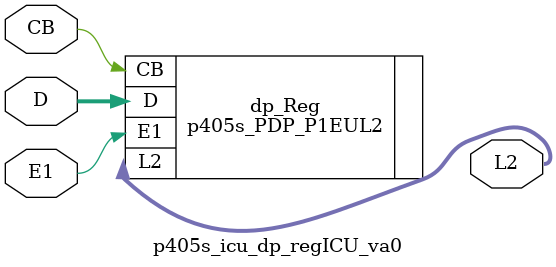
<source format=v>
module p405s_icu_dp_regICU_va0(
                     CB,
                     D,
                     E1,
                     L2
                    );

    input CB; 
    input [0:31] D; 
    input  E1; 
    output [0:31] L2; 

p405s_PDP_P1EUL2
 #(32, 1, 1, 1, 2, 0 ) dp_Reg (
                                         .CB  (CB),
                                         .D   (D),
                                         .E1  (E1),
                                         .L2  (L2)
                                         );

endmodule

</source>
